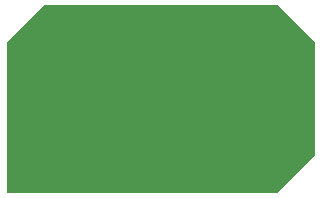
<source format=gtp>
G04 #@! TF.GenerationSoftware,KiCad,Pcbnew,6.0.11+dfsg-1*
G04 #@! TF.CreationDate,2023-07-14T21:47:45+01:00*
G04 #@! TF.ProjectId,bridge-rectifier,62726964-6765-42d7-9265-637469666965,rev?*
G04 #@! TF.SameCoordinates,Original*
G04 #@! TF.FileFunction,Paste,Top*
G04 #@! TF.FilePolarity,Positive*
%FSLAX46Y46*%
G04 Gerber Fmt 4.6, Leading zero omitted, Abs format (unit mm)*
G04 Created by KiCad (PCBNEW 6.0.11+dfsg-1) date 2023-07-14 21:47:45*
%MOMM*%
%LPD*%
G01*
G04 APERTURE LIST*
G04 Aperture macros list*
%AMOutline5P*
0 Free polygon, 5 corners , with rotation*
0 The origin of the aperture is its center*
0 number of corners: always 5*
0 $1 to $10 corner X, Y*
0 $11 Rotation angle, in degrees counterclockwise*
0 create outline with 5 corners*
4,1,5,$1,$2,$3,$4,$5,$6,$7,$8,$9,$10,$1,$2,$11*%
%AMOutline6P*
0 Free polygon, 6 corners , with rotation*
0 The origin of the aperture is its center*
0 number of corners: always 6*
0 $1 to $12 corner X, Y*
0 $13 Rotation angle, in degrees counterclockwise*
0 create outline with 6 corners*
4,1,6,$1,$2,$3,$4,$5,$6,$7,$8,$9,$10,$11,$12,$1,$2,$13*%
%AMOutline7P*
0 Free polygon, 7 corners , with rotation*
0 The origin of the aperture is its center*
0 number of corners: always 7*
0 $1 to $14 corner X, Y*
0 $15 Rotation angle, in degrees counterclockwise*
0 create outline with 7 corners*
4,1,7,$1,$2,$3,$4,$5,$6,$7,$8,$9,$10,$11,$12,$13,$14,$1,$2,$15*%
%AMOutline8P*
0 Free polygon, 8 corners , with rotation*
0 The origin of the aperture is its center*
0 number of corners: always 8*
0 $1 to $16 corner X, Y*
0 $17 Rotation angle, in degrees counterclockwise*
0 create outline with 8 corners*
4,1,8,$1,$2,$3,$4,$5,$6,$7,$8,$9,$10,$11,$12,$13,$14,$15,$16,$1,$2,$17*%
G04 Aperture macros list end*
%ADD10Outline7P,-13.000000X4.800000X-9.800000X8.000000X9.800000X8.000000X13.000000X4.800000X13.000000X-4.800000X9.800000X-8.000000X-13.000000X-8.000000X0.000000*%
G04 APERTURE END LIST*
D10*
X164500000Y-55500000D03*
M02*

</source>
